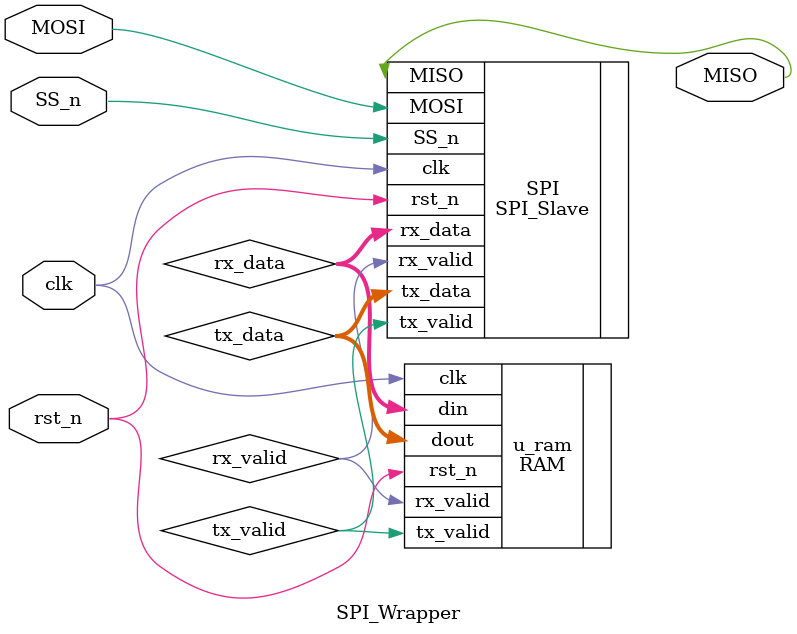
<source format=v>
module SPI_Wrapper(
    input MOSI,
    input SS_n,
    input clk,
    input rst_n,
    output MISO
    );
    wire [9:0] rx_data;
    wire rx_valid;
    wire [7:0] tx_data;
    wire tx_valid;

    SPI_Slave SPI (.MOSI(MOSI),.SS_n(SS_n),.clk(clk),.rst_n(rst_n),
    .MISO(MISO),.rx_data(rx_data),.rx_valid(rx_valid),.tx_data(tx_data),
    .tx_valid(tx_valid));

    RAM u_ram(.din(rx_data),.rx_valid(rx_valid),.dout(tx_data),
    .tx_valid(tx_valid),.clk(clk),.rst_n(rst_n));

endmodule
</source>
